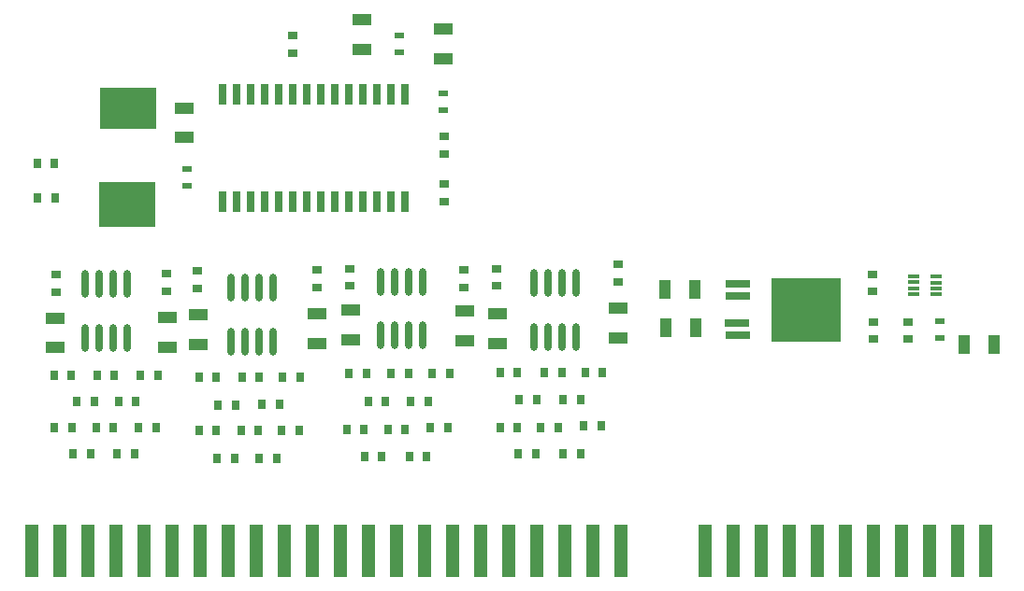
<source format=gbp>
%FSTAX23Y23*%
%MOIN*%
%SFA1B1*%

%IPPOS*%
%ADD10R,0.050000X0.185000*%
%ADD11R,0.031000X0.037000*%
%ADD12R,0.043000X0.067000*%
%ADD15R,0.037000X0.031000*%
%ADD17R,0.035000X0.020000*%
%ADD18R,0.067000X0.043000*%
%ADD21O,0.028000X0.098000*%
%ADD22R,0.200000X0.160000*%
%ADD23R,0.200000X0.150000*%
%ADD32R,0.025000X0.072000*%
%ADD33R,0.086000X0.031000*%
%ADD34R,0.250000X0.230000*%
%ADD35R,0.039000X0.012000*%
%LNseniordesign-1*%
%LPD*%
G54D10*
X02093Y02957D03*
X02193D03*
X02293D03*
X02393D03*
X02493D03*
X02593D03*
X02693D03*
X02793D03*
X02893D03*
X02993D03*
X03093D03*
X03193D03*
X03293D03*
X03393D03*
X03493D03*
X03593D03*
X03693D03*
X03793D03*
X03893D03*
X03993D03*
X04093D03*
X04193D03*
X04493D03*
X04593D03*
X04693D03*
X04793D03*
X04893D03*
X04993D03*
X05093D03*
X05193D03*
X05293D03*
X05393D03*
X05493D03*
G54D11*
X02906Y03289D03*
X02968D03*
X02752Y03389D03*
X0269D03*
X02115Y04218D03*
X02177D03*
X02113Y04341D03*
X02175D03*
X04129Y03594D03*
X04067D03*
X03832Y03498D03*
X03894D03*
X03908Y03397D03*
X0397D03*
X03763Y03595D03*
X03825D03*
X02817Y03287D03*
X02755D03*
X0305Y03579D03*
X02988D03*
X02759Y03478D03*
X02821D03*
X0284Y03386D03*
X02902D03*
X0269Y03579D03*
X02752D03*
X03342Y03293D03*
X0328D03*
X03584Y03591D03*
X03522D03*
X03294Y03491D03*
X03356D03*
X03363Y0339D03*
X03425D03*
X03226Y03591D03*
X03288D03*
X02304Y03303D03*
X02242D03*
X02544Y03583D03*
X02482D03*
X02255Y0349D03*
X02317D03*
X02323Y03398D03*
X02385D03*
X02174Y03584D03*
X02236D03*
X03764Y03399D03*
X03826D03*
X0405Y03305D03*
X03988D03*
X03983Y03595D03*
X03921D03*
X04062Y03403D03*
X04124D03*
X02978Y03482D03*
X02916D03*
X02905Y03577D03*
X02843D03*
X02986Y03387D03*
X03048D03*
X03507Y03491D03*
X03445D03*
X03217Y0339D03*
X03279D03*
X03502Y03295D03*
X0344D03*
X03438Y0359D03*
X03376D03*
X03516Y03396D03*
X03578D03*
X02466Y0349D03*
X02404D03*
X02175Y03398D03*
X02237D03*
X0246Y03305D03*
X02398D03*
X02389Y03583D03*
X02327D03*
X02476Y03399D03*
X02538D03*
X04051Y03497D03*
X03989D03*
X0389Y03304D03*
X03828D03*
G54D12*
X04462Y03754D03*
X04356D03*
X04352Y03891D03*
X04458D03*
X05418Y03693D03*
X05524D03*
G54D15*
X03565Y04267D03*
Y04205D03*
Y04374D03*
Y04436D03*
X03026Y04735D03*
Y04797D03*
X02685Y03895D03*
Y03957D03*
X03227Y03903D03*
Y03965D03*
X02182Y03882D03*
Y03944D03*
X03751Y03903D03*
Y03965D03*
X02576Y03884D03*
Y03946D03*
X03635Y03898D03*
Y0396D03*
X03112Y03899D03*
Y03961D03*
X04184Y03919D03*
Y03981D03*
X05219Y03713D03*
Y03775D03*
X05092Y03883D03*
Y03945D03*
X05093Y03713D03*
Y03775D03*
G54D17*
X02647Y04261D03*
Y04321D03*
X03406Y04738D03*
Y04798D03*
X03562Y04592D03*
Y04532D03*
X0533Y03777D03*
Y03717D03*
G54D18*
X02639Y04539D03*
Y04433D03*
X03271Y04748D03*
Y04854D03*
X03562Y04821D03*
Y04715D03*
X02687Y03801D03*
Y03695D03*
X03112Y03803D03*
Y03697D03*
X0323Y03817D03*
Y03711D03*
X03637Y03815D03*
Y03709D03*
X02179Y03789D03*
Y03683D03*
X02579Y03791D03*
Y03685D03*
X04186Y03823D03*
Y03717D03*
X03753Y03803D03*
Y03697D03*
G54D21*
X04034Y0372D03*
X03984D03*
X03934D03*
X03884D03*
X04034Y03913D03*
X03984D03*
X03934D03*
X03884D03*
X02956Y03705D03*
X02906D03*
X02856D03*
X02806D03*
X02956Y03898D03*
X02906D03*
X02856D03*
X02806D03*
X03489Y03726D03*
X03439D03*
X03389D03*
X03339D03*
X03489Y03919D03*
X03439D03*
X03389D03*
X03339D03*
X02436Y03717D03*
X02386D03*
X02336D03*
X02286D03*
X02436Y0391D03*
X02386D03*
X02336D03*
X02286D03*
G54D22*
X02436Y04195D03*
G54D23*
X02437Y04537D03*
G54D32*
X02774Y04589D03*
X02824D03*
Y04203D03*
X02774D03*
X03424Y04589D03*
X03374D03*
X03324D03*
X03274D03*
X03224D03*
X03174D03*
X03124D03*
X03074D03*
X03024D03*
X02974D03*
X02924D03*
X02874D03*
Y04203D03*
X02924D03*
X02974D03*
X03024D03*
X03074D03*
X03124D03*
X03174D03*
X03224D03*
X03274D03*
X03324D03*
X03374D03*
X03424D03*
G54D33*
X0461Y03911D03*
Y03867D03*
X04609Y0377D03*
X0461Y03726D03*
G54D34*
X04856Y03817D03*
G54D35*
X05237Y03875D03*
Y03895D03*
Y03916D03*
Y03936D03*
X05319D03*
Y03915D03*
Y03895D03*
Y03874D03*
M02*
</source>
